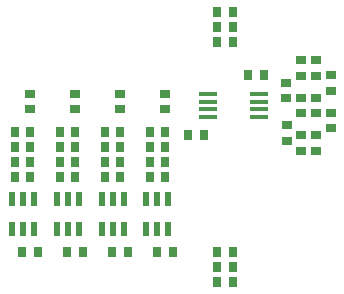
<source format=gtp>
G75*
%MOIN*%
%OFA0B0*%
%FSLAX25Y25*%
%IPPOS*%
%LPD*%
%AMOC8*
5,1,8,0,0,1.08239X$1,22.5*
%
%ADD10R,0.05900X0.01700*%
%ADD11R,0.02756X0.03543*%
%ADD12R,0.03543X0.02756*%
%ADD13R,0.02200X0.05000*%
D10*
X0170521Y0143821D03*
X0170521Y0146321D03*
X0170521Y0148921D03*
X0170521Y0151421D03*
X0187721Y0151421D03*
X0187721Y0148921D03*
X0187721Y0146321D03*
X0187721Y0143821D03*
D11*
X0108812Y0098871D03*
X0113930Y0098871D03*
X0123812Y0098871D03*
X0128930Y0098871D03*
X0138812Y0098871D03*
X0143930Y0098871D03*
X0153812Y0098871D03*
X0158930Y0098871D03*
X0173812Y0098871D03*
X0173812Y0093871D03*
X0178930Y0093871D03*
X0178930Y0098871D03*
X0178930Y0088871D03*
X0173812Y0088871D03*
X0156292Y0123871D03*
X0151174Y0123871D03*
X0151174Y0128871D03*
X0151174Y0133871D03*
X0151174Y0138871D03*
X0156292Y0138871D03*
X0156292Y0133871D03*
X0156292Y0128871D03*
X0164062Y0137621D03*
X0169180Y0137621D03*
X0184062Y0157621D03*
X0189180Y0157621D03*
X0178930Y0168871D03*
X0178930Y0173871D03*
X0178930Y0178871D03*
X0173812Y0178871D03*
X0173812Y0173871D03*
X0173812Y0168871D03*
X0141430Y0138871D03*
X0141430Y0133871D03*
X0141430Y0128871D03*
X0136312Y0128871D03*
X0136312Y0133871D03*
X0136312Y0138871D03*
X0126430Y0138871D03*
X0126430Y0133871D03*
X0126430Y0128871D03*
X0121312Y0128871D03*
X0121312Y0133871D03*
X0121312Y0138871D03*
X0111430Y0138871D03*
X0111430Y0133871D03*
X0111430Y0128871D03*
X0106312Y0128871D03*
X0106312Y0133871D03*
X0106312Y0138871D03*
X0106312Y0123871D03*
X0111430Y0123871D03*
X0121312Y0123871D03*
X0126430Y0123871D03*
X0136312Y0123871D03*
X0141430Y0123871D03*
D12*
X0141371Y0146312D03*
X0141371Y0151430D03*
X0156233Y0151430D03*
X0156233Y0146312D03*
X0126371Y0146312D03*
X0126371Y0151430D03*
X0111371Y0151430D03*
X0111371Y0146312D03*
X0196621Y0150062D03*
X0201621Y0150180D03*
X0206621Y0150180D03*
X0206621Y0145062D03*
X0201621Y0145062D03*
X0196871Y0140930D03*
X0196871Y0135812D03*
X0201621Y0137680D03*
X0206621Y0137680D03*
X0206621Y0132562D03*
X0201621Y0132562D03*
X0211621Y0140062D03*
X0211621Y0145180D03*
X0211621Y0152562D03*
X0211621Y0157680D03*
X0206621Y0157562D03*
X0201621Y0157562D03*
X0201621Y0162680D03*
X0206621Y0162680D03*
X0196621Y0155180D03*
D13*
X0157433Y0116471D03*
X0153733Y0116471D03*
X0150033Y0116471D03*
X0142571Y0116471D03*
X0138871Y0116471D03*
X0135171Y0116471D03*
X0127571Y0116471D03*
X0123871Y0116471D03*
X0120171Y0116471D03*
X0112571Y0116471D03*
X0108871Y0116471D03*
X0105171Y0116471D03*
X0105171Y0106271D03*
X0108871Y0106271D03*
X0112571Y0106271D03*
X0120171Y0106271D03*
X0123871Y0106271D03*
X0127571Y0106271D03*
X0135171Y0106271D03*
X0138871Y0106271D03*
X0142571Y0106271D03*
X0150033Y0106271D03*
X0153733Y0106271D03*
X0157433Y0106271D03*
M02*

</source>
